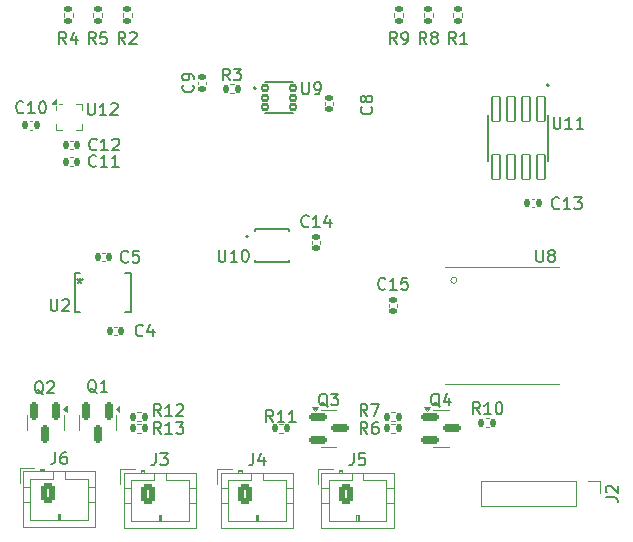
<source format=gto>
%TF.GenerationSoftware,KiCad,Pcbnew,8.0.2*%
%TF.CreationDate,2024-05-17T09:05:45-06:00*%
%TF.ProjectId,PCB_Project,5043425f-5072-46f6-9a65-63742e6b6963,rev?*%
%TF.SameCoordinates,Original*%
%TF.FileFunction,Legend,Top*%
%TF.FilePolarity,Positive*%
%FSLAX46Y46*%
G04 Gerber Fmt 4.6, Leading zero omitted, Abs format (unit mm)*
G04 Created by KiCad (PCBNEW 8.0.2) date 2024-05-17 09:05:45*
%MOMM*%
%LPD*%
G01*
G04 APERTURE LIST*
G04 Aperture macros list*
%AMRoundRect*
0 Rectangle with rounded corners*
0 $1 Rounding radius*
0 $2 $3 $4 $5 $6 $7 $8 $9 X,Y pos of 4 corners*
0 Add a 4 corners polygon primitive as box body*
4,1,4,$2,$3,$4,$5,$6,$7,$8,$9,$2,$3,0*
0 Add four circle primitives for the rounded corners*
1,1,$1+$1,$2,$3*
1,1,$1+$1,$4,$5*
1,1,$1+$1,$6,$7*
1,1,$1+$1,$8,$9*
0 Add four rect primitives between the rounded corners*
20,1,$1+$1,$2,$3,$4,$5,0*
20,1,$1+$1,$4,$5,$6,$7,0*
20,1,$1+$1,$6,$7,$8,$9,0*
20,1,$1+$1,$8,$9,$2,$3,0*%
G04 Aperture macros list end*
%ADD10C,0.150000*%
%ADD11C,0.120000*%
%ADD12C,0.152400*%
%ADD13C,0.127000*%
%ADD14C,0.200000*%
%ADD15C,0.100000*%
%ADD16C,0.010000*%
%ADD17RoundRect,0.250000X-0.350000X-0.625000X0.350000X-0.625000X0.350000X0.625000X-0.350000X0.625000X0*%
%ADD18O,1.200000X1.750000*%
%ADD19RoundRect,0.135000X0.135000X0.185000X-0.135000X0.185000X-0.135000X-0.185000X0.135000X-0.185000X0*%
%ADD20R,0.375000X0.350000*%
%ADD21R,0.350000X0.375000*%
%ADD22RoundRect,0.135000X-0.135000X-0.185000X0.135000X-0.185000X0.135000X0.185000X-0.135000X0.185000X0*%
%ADD23RoundRect,0.140000X0.140000X0.170000X-0.140000X0.170000X-0.140000X-0.170000X0.140000X-0.170000X0*%
%ADD24R,1.350000X1.350000*%
%ADD25O,1.350000X1.350000*%
%ADD26RoundRect,0.140000X0.170000X-0.140000X0.170000X0.140000X-0.170000X0.140000X-0.170000X-0.140000X0*%
%ADD27RoundRect,0.135000X0.185000X-0.135000X0.185000X0.135000X-0.185000X0.135000X-0.185000X-0.135000X0*%
%ADD28RoundRect,0.140000X-0.140000X-0.170000X0.140000X-0.170000X0.140000X0.170000X-0.140000X0.170000X0*%
%ADD29R,0.762000X0.254000*%
%ADD30R,1.295400X2.006600*%
%ADD31RoundRect,0.150000X-0.587500X-0.150000X0.587500X-0.150000X0.587500X0.150000X-0.587500X0.150000X0*%
%ADD32RoundRect,0.102000X-0.275000X-0.200000X0.275000X-0.200000X0.275000X0.200000X-0.275000X0.200000X0*%
%ADD33RoundRect,0.056280X-0.345720X1.030720X-0.345720X-1.030720X0.345720X-1.030720X0.345720X1.030720X0*%
%ADD34RoundRect,0.150000X-0.150000X0.587500X-0.150000X-0.587500X0.150000X-0.587500X0.150000X0.587500X0*%
%ADD35R,2.030000X1.140000*%
%ADD36R,0.254000X0.482600*%
%ADD37R,0.482600X0.254000*%
%ADD38RoundRect,0.140000X-0.170000X0.140000X-0.170000X-0.140000X0.170000X-0.140000X0.170000X0.140000X0*%
%ADD39R,1.700000X1.700000*%
%ADD40O,1.700000X1.700000*%
G04 APERTURE END LIST*
D10*
X135166666Y-104104819D02*
X135166666Y-104819104D01*
X135166666Y-104819104D02*
X135119047Y-104961961D01*
X135119047Y-104961961D02*
X135023809Y-105057200D01*
X135023809Y-105057200D02*
X134880952Y-105104819D01*
X134880952Y-105104819D02*
X134785714Y-105104819D01*
X136071428Y-104438152D02*
X136071428Y-105104819D01*
X135833333Y-104057200D02*
X135595238Y-104771485D01*
X135595238Y-104771485D02*
X136214285Y-104771485D01*
X136857142Y-101454819D02*
X136523809Y-100978628D01*
X136285714Y-101454819D02*
X136285714Y-100454819D01*
X136285714Y-100454819D02*
X136666666Y-100454819D01*
X136666666Y-100454819D02*
X136761904Y-100502438D01*
X136761904Y-100502438D02*
X136809523Y-100550057D01*
X136809523Y-100550057D02*
X136857142Y-100645295D01*
X136857142Y-100645295D02*
X136857142Y-100788152D01*
X136857142Y-100788152D02*
X136809523Y-100883390D01*
X136809523Y-100883390D02*
X136761904Y-100931009D01*
X136761904Y-100931009D02*
X136666666Y-100978628D01*
X136666666Y-100978628D02*
X136285714Y-100978628D01*
X137809523Y-101454819D02*
X137238095Y-101454819D01*
X137523809Y-101454819D02*
X137523809Y-100454819D01*
X137523809Y-100454819D02*
X137428571Y-100597676D01*
X137428571Y-100597676D02*
X137333333Y-100692914D01*
X137333333Y-100692914D02*
X137238095Y-100740533D01*
X138761904Y-101454819D02*
X138190476Y-101454819D01*
X138476190Y-101454819D02*
X138476190Y-100454819D01*
X138476190Y-100454819D02*
X138380952Y-100597676D01*
X138380952Y-100597676D02*
X138285714Y-100692914D01*
X138285714Y-100692914D02*
X138190476Y-100740533D01*
X121166735Y-74463157D02*
X121166735Y-75272680D01*
X121166735Y-75272680D02*
X121214354Y-75367918D01*
X121214354Y-75367918D02*
X121261973Y-75415538D01*
X121261973Y-75415538D02*
X121357211Y-75463157D01*
X121357211Y-75463157D02*
X121547687Y-75463157D01*
X121547687Y-75463157D02*
X121642925Y-75415538D01*
X121642925Y-75415538D02*
X121690544Y-75367918D01*
X121690544Y-75367918D02*
X121738163Y-75272680D01*
X121738163Y-75272680D02*
X121738163Y-74463157D01*
X122738163Y-75463157D02*
X122166735Y-75463157D01*
X122452449Y-75463157D02*
X122452449Y-74463157D01*
X122452449Y-74463157D02*
X122357211Y-74606014D01*
X122357211Y-74606014D02*
X122261973Y-74701252D01*
X122261973Y-74701252D02*
X122166735Y-74748871D01*
X123119116Y-74558395D02*
X123166735Y-74510776D01*
X123166735Y-74510776D02*
X123261973Y-74463157D01*
X123261973Y-74463157D02*
X123500068Y-74463157D01*
X123500068Y-74463157D02*
X123595306Y-74510776D01*
X123595306Y-74510776D02*
X123642925Y-74558395D01*
X123642925Y-74558395D02*
X123690544Y-74653633D01*
X123690544Y-74653633D02*
X123690544Y-74748871D01*
X123690544Y-74748871D02*
X123642925Y-74891728D01*
X123642925Y-74891728D02*
X123071497Y-75463157D01*
X123071497Y-75463157D02*
X123690544Y-75463157D01*
X143666666Y-104104819D02*
X143666666Y-104819104D01*
X143666666Y-104819104D02*
X143619047Y-104961961D01*
X143619047Y-104961961D02*
X143523809Y-105057200D01*
X143523809Y-105057200D02*
X143380952Y-105104819D01*
X143380952Y-105104819D02*
X143285714Y-105104819D01*
X144619047Y-104104819D02*
X144142857Y-104104819D01*
X144142857Y-104104819D02*
X144095238Y-104581009D01*
X144095238Y-104581009D02*
X144142857Y-104533390D01*
X144142857Y-104533390D02*
X144238095Y-104485771D01*
X144238095Y-104485771D02*
X144476190Y-104485771D01*
X144476190Y-104485771D02*
X144571428Y-104533390D01*
X144571428Y-104533390D02*
X144619047Y-104581009D01*
X144619047Y-104581009D02*
X144666666Y-104676247D01*
X144666666Y-104676247D02*
X144666666Y-104914342D01*
X144666666Y-104914342D02*
X144619047Y-105009580D01*
X144619047Y-105009580D02*
X144571428Y-105057200D01*
X144571428Y-105057200D02*
X144476190Y-105104819D01*
X144476190Y-105104819D02*
X144238095Y-105104819D01*
X144238095Y-105104819D02*
X144142857Y-105057200D01*
X144142857Y-105057200D02*
X144095238Y-105009580D01*
X154357142Y-100784819D02*
X154023809Y-100308628D01*
X153785714Y-100784819D02*
X153785714Y-99784819D01*
X153785714Y-99784819D02*
X154166666Y-99784819D01*
X154166666Y-99784819D02*
X154261904Y-99832438D01*
X154261904Y-99832438D02*
X154309523Y-99880057D01*
X154309523Y-99880057D02*
X154357142Y-99975295D01*
X154357142Y-99975295D02*
X154357142Y-100118152D01*
X154357142Y-100118152D02*
X154309523Y-100213390D01*
X154309523Y-100213390D02*
X154261904Y-100261009D01*
X154261904Y-100261009D02*
X154166666Y-100308628D01*
X154166666Y-100308628D02*
X153785714Y-100308628D01*
X155309523Y-100784819D02*
X154738095Y-100784819D01*
X155023809Y-100784819D02*
X155023809Y-99784819D01*
X155023809Y-99784819D02*
X154928571Y-99927676D01*
X154928571Y-99927676D02*
X154833333Y-100022914D01*
X154833333Y-100022914D02*
X154738095Y-100070533D01*
X155928571Y-99784819D02*
X156023809Y-99784819D01*
X156023809Y-99784819D02*
X156119047Y-99832438D01*
X156119047Y-99832438D02*
X156166666Y-99880057D01*
X156166666Y-99880057D02*
X156214285Y-99975295D01*
X156214285Y-99975295D02*
X156261904Y-100165771D01*
X156261904Y-100165771D02*
X156261904Y-100403866D01*
X156261904Y-100403866D02*
X156214285Y-100594342D01*
X156214285Y-100594342D02*
X156166666Y-100689580D01*
X156166666Y-100689580D02*
X156119047Y-100737200D01*
X156119047Y-100737200D02*
X156023809Y-100784819D01*
X156023809Y-100784819D02*
X155928571Y-100784819D01*
X155928571Y-100784819D02*
X155833333Y-100737200D01*
X155833333Y-100737200D02*
X155785714Y-100689580D01*
X155785714Y-100689580D02*
X155738095Y-100594342D01*
X155738095Y-100594342D02*
X155690476Y-100403866D01*
X155690476Y-100403866D02*
X155690476Y-100165771D01*
X155690476Y-100165771D02*
X155738095Y-99975295D01*
X155738095Y-99975295D02*
X155785714Y-99880057D01*
X155785714Y-99880057D02*
X155833333Y-99832438D01*
X155833333Y-99832438D02*
X155928571Y-99784819D01*
X115699642Y-75209580D02*
X115652023Y-75257200D01*
X115652023Y-75257200D02*
X115509166Y-75304819D01*
X115509166Y-75304819D02*
X115413928Y-75304819D01*
X115413928Y-75304819D02*
X115271071Y-75257200D01*
X115271071Y-75257200D02*
X115175833Y-75161961D01*
X115175833Y-75161961D02*
X115128214Y-75066723D01*
X115128214Y-75066723D02*
X115080595Y-74876247D01*
X115080595Y-74876247D02*
X115080595Y-74733390D01*
X115080595Y-74733390D02*
X115128214Y-74542914D01*
X115128214Y-74542914D02*
X115175833Y-74447676D01*
X115175833Y-74447676D02*
X115271071Y-74352438D01*
X115271071Y-74352438D02*
X115413928Y-74304819D01*
X115413928Y-74304819D02*
X115509166Y-74304819D01*
X115509166Y-74304819D02*
X115652023Y-74352438D01*
X115652023Y-74352438D02*
X115699642Y-74400057D01*
X116652023Y-75304819D02*
X116080595Y-75304819D01*
X116366309Y-75304819D02*
X116366309Y-74304819D01*
X116366309Y-74304819D02*
X116271071Y-74447676D01*
X116271071Y-74447676D02*
X116175833Y-74542914D01*
X116175833Y-74542914D02*
X116080595Y-74590533D01*
X117271071Y-74304819D02*
X117366309Y-74304819D01*
X117366309Y-74304819D02*
X117461547Y-74352438D01*
X117461547Y-74352438D02*
X117509166Y-74400057D01*
X117509166Y-74400057D02*
X117556785Y-74495295D01*
X117556785Y-74495295D02*
X117604404Y-74685771D01*
X117604404Y-74685771D02*
X117604404Y-74923866D01*
X117604404Y-74923866D02*
X117556785Y-75114342D01*
X117556785Y-75114342D02*
X117509166Y-75209580D01*
X117509166Y-75209580D02*
X117461547Y-75257200D01*
X117461547Y-75257200D02*
X117366309Y-75304819D01*
X117366309Y-75304819D02*
X117271071Y-75304819D01*
X117271071Y-75304819D02*
X117175833Y-75257200D01*
X117175833Y-75257200D02*
X117128214Y-75209580D01*
X117128214Y-75209580D02*
X117080595Y-75114342D01*
X117080595Y-75114342D02*
X117032976Y-74923866D01*
X117032976Y-74923866D02*
X117032976Y-74685771D01*
X117032976Y-74685771D02*
X117080595Y-74495295D01*
X117080595Y-74495295D02*
X117128214Y-74400057D01*
X117128214Y-74400057D02*
X117175833Y-74352438D01*
X117175833Y-74352438D02*
X117271071Y-74304819D01*
X133183333Y-72534819D02*
X132850000Y-72058628D01*
X132611905Y-72534819D02*
X132611905Y-71534819D01*
X132611905Y-71534819D02*
X132992857Y-71534819D01*
X132992857Y-71534819D02*
X133088095Y-71582438D01*
X133088095Y-71582438D02*
X133135714Y-71630057D01*
X133135714Y-71630057D02*
X133183333Y-71725295D01*
X133183333Y-71725295D02*
X133183333Y-71868152D01*
X133183333Y-71868152D02*
X133135714Y-71963390D01*
X133135714Y-71963390D02*
X133088095Y-72011009D01*
X133088095Y-72011009D02*
X132992857Y-72058628D01*
X132992857Y-72058628D02*
X132611905Y-72058628D01*
X133516667Y-71534819D02*
X134135714Y-71534819D01*
X134135714Y-71534819D02*
X133802381Y-71915771D01*
X133802381Y-71915771D02*
X133945238Y-71915771D01*
X133945238Y-71915771D02*
X134040476Y-71963390D01*
X134040476Y-71963390D02*
X134088095Y-72011009D01*
X134088095Y-72011009D02*
X134135714Y-72106247D01*
X134135714Y-72106247D02*
X134135714Y-72344342D01*
X134135714Y-72344342D02*
X134088095Y-72439580D01*
X134088095Y-72439580D02*
X134040476Y-72487200D01*
X134040476Y-72487200D02*
X133945238Y-72534819D01*
X133945238Y-72534819D02*
X133659524Y-72534819D01*
X133659524Y-72534819D02*
X133564286Y-72487200D01*
X133564286Y-72487200D02*
X133516667Y-72439580D01*
X127357142Y-100954819D02*
X127023809Y-100478628D01*
X126785714Y-100954819D02*
X126785714Y-99954819D01*
X126785714Y-99954819D02*
X127166666Y-99954819D01*
X127166666Y-99954819D02*
X127261904Y-100002438D01*
X127261904Y-100002438D02*
X127309523Y-100050057D01*
X127309523Y-100050057D02*
X127357142Y-100145295D01*
X127357142Y-100145295D02*
X127357142Y-100288152D01*
X127357142Y-100288152D02*
X127309523Y-100383390D01*
X127309523Y-100383390D02*
X127261904Y-100431009D01*
X127261904Y-100431009D02*
X127166666Y-100478628D01*
X127166666Y-100478628D02*
X126785714Y-100478628D01*
X128309523Y-100954819D02*
X127738095Y-100954819D01*
X128023809Y-100954819D02*
X128023809Y-99954819D01*
X128023809Y-99954819D02*
X127928571Y-100097676D01*
X127928571Y-100097676D02*
X127833333Y-100192914D01*
X127833333Y-100192914D02*
X127738095Y-100240533D01*
X128690476Y-100050057D02*
X128738095Y-100002438D01*
X128738095Y-100002438D02*
X128833333Y-99954819D01*
X128833333Y-99954819D02*
X129071428Y-99954819D01*
X129071428Y-99954819D02*
X129166666Y-100002438D01*
X129166666Y-100002438D02*
X129214285Y-100050057D01*
X129214285Y-100050057D02*
X129261904Y-100145295D01*
X129261904Y-100145295D02*
X129261904Y-100240533D01*
X129261904Y-100240533D02*
X129214285Y-100383390D01*
X129214285Y-100383390D02*
X128642857Y-100954819D01*
X128642857Y-100954819D02*
X129261904Y-100954819D01*
X165014819Y-107833333D02*
X165729104Y-107833333D01*
X165729104Y-107833333D02*
X165871961Y-107880952D01*
X165871961Y-107880952D02*
X165967200Y-107976190D01*
X165967200Y-107976190D02*
X166014819Y-108119047D01*
X166014819Y-108119047D02*
X166014819Y-108214285D01*
X165110057Y-107404761D02*
X165062438Y-107357142D01*
X165062438Y-107357142D02*
X165014819Y-107261904D01*
X165014819Y-107261904D02*
X165014819Y-107023809D01*
X165014819Y-107023809D02*
X165062438Y-106928571D01*
X165062438Y-106928571D02*
X165110057Y-106880952D01*
X165110057Y-106880952D02*
X165205295Y-106833333D01*
X165205295Y-106833333D02*
X165300533Y-106833333D01*
X165300533Y-106833333D02*
X165443390Y-106880952D01*
X165443390Y-106880952D02*
X166014819Y-107452380D01*
X166014819Y-107452380D02*
X166014819Y-106833333D01*
X145159580Y-74766666D02*
X145207200Y-74814285D01*
X145207200Y-74814285D02*
X145254819Y-74957142D01*
X145254819Y-74957142D02*
X145254819Y-75052380D01*
X145254819Y-75052380D02*
X145207200Y-75195237D01*
X145207200Y-75195237D02*
X145111961Y-75290475D01*
X145111961Y-75290475D02*
X145016723Y-75338094D01*
X145016723Y-75338094D02*
X144826247Y-75385713D01*
X144826247Y-75385713D02*
X144683390Y-75385713D01*
X144683390Y-75385713D02*
X144492914Y-75338094D01*
X144492914Y-75338094D02*
X144397676Y-75290475D01*
X144397676Y-75290475D02*
X144302438Y-75195237D01*
X144302438Y-75195237D02*
X144254819Y-75052380D01*
X144254819Y-75052380D02*
X144254819Y-74957142D01*
X144254819Y-74957142D02*
X144302438Y-74814285D01*
X144302438Y-74814285D02*
X144350057Y-74766666D01*
X144683390Y-74195237D02*
X144635771Y-74290475D01*
X144635771Y-74290475D02*
X144588152Y-74338094D01*
X144588152Y-74338094D02*
X144492914Y-74385713D01*
X144492914Y-74385713D02*
X144445295Y-74385713D01*
X144445295Y-74385713D02*
X144350057Y-74338094D01*
X144350057Y-74338094D02*
X144302438Y-74290475D01*
X144302438Y-74290475D02*
X144254819Y-74195237D01*
X144254819Y-74195237D02*
X144254819Y-74004761D01*
X144254819Y-74004761D02*
X144302438Y-73909523D01*
X144302438Y-73909523D02*
X144350057Y-73861904D01*
X144350057Y-73861904D02*
X144445295Y-73814285D01*
X144445295Y-73814285D02*
X144492914Y-73814285D01*
X144492914Y-73814285D02*
X144588152Y-73861904D01*
X144588152Y-73861904D02*
X144635771Y-73909523D01*
X144635771Y-73909523D02*
X144683390Y-74004761D01*
X144683390Y-74004761D02*
X144683390Y-74195237D01*
X144683390Y-74195237D02*
X144731009Y-74290475D01*
X144731009Y-74290475D02*
X144778628Y-74338094D01*
X144778628Y-74338094D02*
X144873866Y-74385713D01*
X144873866Y-74385713D02*
X145064342Y-74385713D01*
X145064342Y-74385713D02*
X145159580Y-74338094D01*
X145159580Y-74338094D02*
X145207200Y-74290475D01*
X145207200Y-74290475D02*
X145254819Y-74195237D01*
X145254819Y-74195237D02*
X145254819Y-74004761D01*
X145254819Y-74004761D02*
X145207200Y-73909523D01*
X145207200Y-73909523D02*
X145159580Y-73861904D01*
X145159580Y-73861904D02*
X145064342Y-73814285D01*
X145064342Y-73814285D02*
X144873866Y-73814285D01*
X144873866Y-73814285D02*
X144778628Y-73861904D01*
X144778628Y-73861904D02*
X144731009Y-73909523D01*
X144731009Y-73909523D02*
X144683390Y-74004761D01*
X139857142Y-84859580D02*
X139809523Y-84907200D01*
X139809523Y-84907200D02*
X139666666Y-84954819D01*
X139666666Y-84954819D02*
X139571428Y-84954819D01*
X139571428Y-84954819D02*
X139428571Y-84907200D01*
X139428571Y-84907200D02*
X139333333Y-84811961D01*
X139333333Y-84811961D02*
X139285714Y-84716723D01*
X139285714Y-84716723D02*
X139238095Y-84526247D01*
X139238095Y-84526247D02*
X139238095Y-84383390D01*
X139238095Y-84383390D02*
X139285714Y-84192914D01*
X139285714Y-84192914D02*
X139333333Y-84097676D01*
X139333333Y-84097676D02*
X139428571Y-84002438D01*
X139428571Y-84002438D02*
X139571428Y-83954819D01*
X139571428Y-83954819D02*
X139666666Y-83954819D01*
X139666666Y-83954819D02*
X139809523Y-84002438D01*
X139809523Y-84002438D02*
X139857142Y-84050057D01*
X140809523Y-84954819D02*
X140238095Y-84954819D01*
X140523809Y-84954819D02*
X140523809Y-83954819D01*
X140523809Y-83954819D02*
X140428571Y-84097676D01*
X140428571Y-84097676D02*
X140333333Y-84192914D01*
X140333333Y-84192914D02*
X140238095Y-84240533D01*
X141666666Y-84288152D02*
X141666666Y-84954819D01*
X141428571Y-83907200D02*
X141190476Y-84621485D01*
X141190476Y-84621485D02*
X141809523Y-84621485D01*
X149833333Y-69454819D02*
X149500000Y-68978628D01*
X149261905Y-69454819D02*
X149261905Y-68454819D01*
X149261905Y-68454819D02*
X149642857Y-68454819D01*
X149642857Y-68454819D02*
X149738095Y-68502438D01*
X149738095Y-68502438D02*
X149785714Y-68550057D01*
X149785714Y-68550057D02*
X149833333Y-68645295D01*
X149833333Y-68645295D02*
X149833333Y-68788152D01*
X149833333Y-68788152D02*
X149785714Y-68883390D01*
X149785714Y-68883390D02*
X149738095Y-68931009D01*
X149738095Y-68931009D02*
X149642857Y-68978628D01*
X149642857Y-68978628D02*
X149261905Y-68978628D01*
X150404762Y-68883390D02*
X150309524Y-68835771D01*
X150309524Y-68835771D02*
X150261905Y-68788152D01*
X150261905Y-68788152D02*
X150214286Y-68692914D01*
X150214286Y-68692914D02*
X150214286Y-68645295D01*
X150214286Y-68645295D02*
X150261905Y-68550057D01*
X150261905Y-68550057D02*
X150309524Y-68502438D01*
X150309524Y-68502438D02*
X150404762Y-68454819D01*
X150404762Y-68454819D02*
X150595238Y-68454819D01*
X150595238Y-68454819D02*
X150690476Y-68502438D01*
X150690476Y-68502438D02*
X150738095Y-68550057D01*
X150738095Y-68550057D02*
X150785714Y-68645295D01*
X150785714Y-68645295D02*
X150785714Y-68692914D01*
X150785714Y-68692914D02*
X150738095Y-68788152D01*
X150738095Y-68788152D02*
X150690476Y-68835771D01*
X150690476Y-68835771D02*
X150595238Y-68883390D01*
X150595238Y-68883390D02*
X150404762Y-68883390D01*
X150404762Y-68883390D02*
X150309524Y-68931009D01*
X150309524Y-68931009D02*
X150261905Y-68978628D01*
X150261905Y-68978628D02*
X150214286Y-69073866D01*
X150214286Y-69073866D02*
X150214286Y-69264342D01*
X150214286Y-69264342D02*
X150261905Y-69359580D01*
X150261905Y-69359580D02*
X150309524Y-69407200D01*
X150309524Y-69407200D02*
X150404762Y-69454819D01*
X150404762Y-69454819D02*
X150595238Y-69454819D01*
X150595238Y-69454819D02*
X150690476Y-69407200D01*
X150690476Y-69407200D02*
X150738095Y-69359580D01*
X150738095Y-69359580D02*
X150785714Y-69264342D01*
X150785714Y-69264342D02*
X150785714Y-69073866D01*
X150785714Y-69073866D02*
X150738095Y-68978628D01*
X150738095Y-68978628D02*
X150690476Y-68931009D01*
X150690476Y-68931009D02*
X150595238Y-68883390D01*
X121874642Y-79759580D02*
X121827023Y-79807200D01*
X121827023Y-79807200D02*
X121684166Y-79854819D01*
X121684166Y-79854819D02*
X121588928Y-79854819D01*
X121588928Y-79854819D02*
X121446071Y-79807200D01*
X121446071Y-79807200D02*
X121350833Y-79711961D01*
X121350833Y-79711961D02*
X121303214Y-79616723D01*
X121303214Y-79616723D02*
X121255595Y-79426247D01*
X121255595Y-79426247D02*
X121255595Y-79283390D01*
X121255595Y-79283390D02*
X121303214Y-79092914D01*
X121303214Y-79092914D02*
X121350833Y-78997676D01*
X121350833Y-78997676D02*
X121446071Y-78902438D01*
X121446071Y-78902438D02*
X121588928Y-78854819D01*
X121588928Y-78854819D02*
X121684166Y-78854819D01*
X121684166Y-78854819D02*
X121827023Y-78902438D01*
X121827023Y-78902438D02*
X121874642Y-78950057D01*
X122827023Y-79854819D02*
X122255595Y-79854819D01*
X122541309Y-79854819D02*
X122541309Y-78854819D01*
X122541309Y-78854819D02*
X122446071Y-78997676D01*
X122446071Y-78997676D02*
X122350833Y-79092914D01*
X122350833Y-79092914D02*
X122255595Y-79140533D01*
X123779404Y-79854819D02*
X123207976Y-79854819D01*
X123493690Y-79854819D02*
X123493690Y-78854819D01*
X123493690Y-78854819D02*
X123398452Y-78997676D01*
X123398452Y-78997676D02*
X123303214Y-79092914D01*
X123303214Y-79092914D02*
X123207976Y-79140533D01*
X118416666Y-104004819D02*
X118416666Y-104719104D01*
X118416666Y-104719104D02*
X118369047Y-104861961D01*
X118369047Y-104861961D02*
X118273809Y-104957200D01*
X118273809Y-104957200D02*
X118130952Y-105004819D01*
X118130952Y-105004819D02*
X118035714Y-105004819D01*
X119321428Y-104004819D02*
X119130952Y-104004819D01*
X119130952Y-104004819D02*
X119035714Y-104052438D01*
X119035714Y-104052438D02*
X118988095Y-104100057D01*
X118988095Y-104100057D02*
X118892857Y-104242914D01*
X118892857Y-104242914D02*
X118845238Y-104433390D01*
X118845238Y-104433390D02*
X118845238Y-104814342D01*
X118845238Y-104814342D02*
X118892857Y-104909580D01*
X118892857Y-104909580D02*
X118940476Y-104957200D01*
X118940476Y-104957200D02*
X119035714Y-105004819D01*
X119035714Y-105004819D02*
X119226190Y-105004819D01*
X119226190Y-105004819D02*
X119321428Y-104957200D01*
X119321428Y-104957200D02*
X119369047Y-104909580D01*
X119369047Y-104909580D02*
X119416666Y-104814342D01*
X119416666Y-104814342D02*
X119416666Y-104576247D01*
X119416666Y-104576247D02*
X119369047Y-104481009D01*
X119369047Y-104481009D02*
X119321428Y-104433390D01*
X119321428Y-104433390D02*
X119226190Y-104385771D01*
X119226190Y-104385771D02*
X119035714Y-104385771D01*
X119035714Y-104385771D02*
X118940476Y-104433390D01*
X118940476Y-104433390D02*
X118892857Y-104481009D01*
X118892857Y-104481009D02*
X118845238Y-104576247D01*
X132245639Y-86884336D02*
X132245639Y-87693859D01*
X132245639Y-87693859D02*
X132293258Y-87789097D01*
X132293258Y-87789097D02*
X132340877Y-87836717D01*
X132340877Y-87836717D02*
X132436115Y-87884336D01*
X132436115Y-87884336D02*
X132626591Y-87884336D01*
X132626591Y-87884336D02*
X132721829Y-87836717D01*
X132721829Y-87836717D02*
X132769448Y-87789097D01*
X132769448Y-87789097D02*
X132817067Y-87693859D01*
X132817067Y-87693859D02*
X132817067Y-86884336D01*
X133817067Y-87884336D02*
X133245639Y-87884336D01*
X133531353Y-87884336D02*
X133531353Y-86884336D01*
X133531353Y-86884336D02*
X133436115Y-87027193D01*
X133436115Y-87027193D02*
X133340877Y-87122431D01*
X133340877Y-87122431D02*
X133245639Y-87170050D01*
X134436115Y-86884336D02*
X134531353Y-86884336D01*
X134531353Y-86884336D02*
X134626591Y-86931955D01*
X134626591Y-86931955D02*
X134674210Y-86979574D01*
X134674210Y-86979574D02*
X134721829Y-87074812D01*
X134721829Y-87074812D02*
X134769448Y-87265288D01*
X134769448Y-87265288D02*
X134769448Y-87503383D01*
X134769448Y-87503383D02*
X134721829Y-87693859D01*
X134721829Y-87693859D02*
X134674210Y-87789097D01*
X134674210Y-87789097D02*
X134626591Y-87836717D01*
X134626591Y-87836717D02*
X134531353Y-87884336D01*
X134531353Y-87884336D02*
X134436115Y-87884336D01*
X134436115Y-87884336D02*
X134340877Y-87836717D01*
X134340877Y-87836717D02*
X134293258Y-87789097D01*
X134293258Y-87789097D02*
X134245639Y-87693859D01*
X134245639Y-87693859D02*
X134198020Y-87503383D01*
X134198020Y-87503383D02*
X134198020Y-87265288D01*
X134198020Y-87265288D02*
X134245639Y-87074812D01*
X134245639Y-87074812D02*
X134293258Y-86979574D01*
X134293258Y-86979574D02*
X134340877Y-86931955D01*
X134340877Y-86931955D02*
X134436115Y-86884336D01*
X125833333Y-94109580D02*
X125785714Y-94157200D01*
X125785714Y-94157200D02*
X125642857Y-94204819D01*
X125642857Y-94204819D02*
X125547619Y-94204819D01*
X125547619Y-94204819D02*
X125404762Y-94157200D01*
X125404762Y-94157200D02*
X125309524Y-94061961D01*
X125309524Y-94061961D02*
X125261905Y-93966723D01*
X125261905Y-93966723D02*
X125214286Y-93776247D01*
X125214286Y-93776247D02*
X125214286Y-93633390D01*
X125214286Y-93633390D02*
X125261905Y-93442914D01*
X125261905Y-93442914D02*
X125309524Y-93347676D01*
X125309524Y-93347676D02*
X125404762Y-93252438D01*
X125404762Y-93252438D02*
X125547619Y-93204819D01*
X125547619Y-93204819D02*
X125642857Y-93204819D01*
X125642857Y-93204819D02*
X125785714Y-93252438D01*
X125785714Y-93252438D02*
X125833333Y-93300057D01*
X126690476Y-93538152D02*
X126690476Y-94204819D01*
X126452381Y-93157200D02*
X126214286Y-93871485D01*
X126214286Y-93871485D02*
X126833333Y-93871485D01*
X144833333Y-102454819D02*
X144500000Y-101978628D01*
X144261905Y-102454819D02*
X144261905Y-101454819D01*
X144261905Y-101454819D02*
X144642857Y-101454819D01*
X144642857Y-101454819D02*
X144738095Y-101502438D01*
X144738095Y-101502438D02*
X144785714Y-101550057D01*
X144785714Y-101550057D02*
X144833333Y-101645295D01*
X144833333Y-101645295D02*
X144833333Y-101788152D01*
X144833333Y-101788152D02*
X144785714Y-101883390D01*
X144785714Y-101883390D02*
X144738095Y-101931009D01*
X144738095Y-101931009D02*
X144642857Y-101978628D01*
X144642857Y-101978628D02*
X144261905Y-101978628D01*
X145690476Y-101454819D02*
X145500000Y-101454819D01*
X145500000Y-101454819D02*
X145404762Y-101502438D01*
X145404762Y-101502438D02*
X145357143Y-101550057D01*
X145357143Y-101550057D02*
X145261905Y-101692914D01*
X145261905Y-101692914D02*
X145214286Y-101883390D01*
X145214286Y-101883390D02*
X145214286Y-102264342D01*
X145214286Y-102264342D02*
X145261905Y-102359580D01*
X145261905Y-102359580D02*
X145309524Y-102407200D01*
X145309524Y-102407200D02*
X145404762Y-102454819D01*
X145404762Y-102454819D02*
X145595238Y-102454819D01*
X145595238Y-102454819D02*
X145690476Y-102407200D01*
X145690476Y-102407200D02*
X145738095Y-102359580D01*
X145738095Y-102359580D02*
X145785714Y-102264342D01*
X145785714Y-102264342D02*
X145785714Y-102026247D01*
X145785714Y-102026247D02*
X145738095Y-101931009D01*
X145738095Y-101931009D02*
X145690476Y-101883390D01*
X145690476Y-101883390D02*
X145595238Y-101835771D01*
X145595238Y-101835771D02*
X145404762Y-101835771D01*
X145404762Y-101835771D02*
X145309524Y-101883390D01*
X145309524Y-101883390D02*
X145261905Y-101931009D01*
X145261905Y-101931009D02*
X145214286Y-102026247D01*
X121833333Y-69454819D02*
X121500000Y-68978628D01*
X121261905Y-69454819D02*
X121261905Y-68454819D01*
X121261905Y-68454819D02*
X121642857Y-68454819D01*
X121642857Y-68454819D02*
X121738095Y-68502438D01*
X121738095Y-68502438D02*
X121785714Y-68550057D01*
X121785714Y-68550057D02*
X121833333Y-68645295D01*
X121833333Y-68645295D02*
X121833333Y-68788152D01*
X121833333Y-68788152D02*
X121785714Y-68883390D01*
X121785714Y-68883390D02*
X121738095Y-68931009D01*
X121738095Y-68931009D02*
X121642857Y-68978628D01*
X121642857Y-68978628D02*
X121261905Y-68978628D01*
X122738095Y-68454819D02*
X122261905Y-68454819D01*
X122261905Y-68454819D02*
X122214286Y-68931009D01*
X122214286Y-68931009D02*
X122261905Y-68883390D01*
X122261905Y-68883390D02*
X122357143Y-68835771D01*
X122357143Y-68835771D02*
X122595238Y-68835771D01*
X122595238Y-68835771D02*
X122690476Y-68883390D01*
X122690476Y-68883390D02*
X122738095Y-68931009D01*
X122738095Y-68931009D02*
X122785714Y-69026247D01*
X122785714Y-69026247D02*
X122785714Y-69264342D01*
X122785714Y-69264342D02*
X122738095Y-69359580D01*
X122738095Y-69359580D02*
X122690476Y-69407200D01*
X122690476Y-69407200D02*
X122595238Y-69454819D01*
X122595238Y-69454819D02*
X122357143Y-69454819D01*
X122357143Y-69454819D02*
X122261905Y-69407200D01*
X122261905Y-69407200D02*
X122214286Y-69359580D01*
X141467261Y-100150057D02*
X141372023Y-100102438D01*
X141372023Y-100102438D02*
X141276785Y-100007200D01*
X141276785Y-100007200D02*
X141133928Y-99864342D01*
X141133928Y-99864342D02*
X141038690Y-99816723D01*
X141038690Y-99816723D02*
X140943452Y-99816723D01*
X140991071Y-100054819D02*
X140895833Y-100007200D01*
X140895833Y-100007200D02*
X140800595Y-99911961D01*
X140800595Y-99911961D02*
X140752976Y-99721485D01*
X140752976Y-99721485D02*
X140752976Y-99388152D01*
X140752976Y-99388152D02*
X140800595Y-99197676D01*
X140800595Y-99197676D02*
X140895833Y-99102438D01*
X140895833Y-99102438D02*
X140991071Y-99054819D01*
X140991071Y-99054819D02*
X141181547Y-99054819D01*
X141181547Y-99054819D02*
X141276785Y-99102438D01*
X141276785Y-99102438D02*
X141372023Y-99197676D01*
X141372023Y-99197676D02*
X141419642Y-99388152D01*
X141419642Y-99388152D02*
X141419642Y-99721485D01*
X141419642Y-99721485D02*
X141372023Y-99911961D01*
X141372023Y-99911961D02*
X141276785Y-100007200D01*
X141276785Y-100007200D02*
X141181547Y-100054819D01*
X141181547Y-100054819D02*
X140991071Y-100054819D01*
X141752976Y-99054819D02*
X142372023Y-99054819D01*
X142372023Y-99054819D02*
X142038690Y-99435771D01*
X142038690Y-99435771D02*
X142181547Y-99435771D01*
X142181547Y-99435771D02*
X142276785Y-99483390D01*
X142276785Y-99483390D02*
X142324404Y-99531009D01*
X142324404Y-99531009D02*
X142372023Y-99626247D01*
X142372023Y-99626247D02*
X142372023Y-99864342D01*
X142372023Y-99864342D02*
X142324404Y-99959580D01*
X142324404Y-99959580D02*
X142276785Y-100007200D01*
X142276785Y-100007200D02*
X142181547Y-100054819D01*
X142181547Y-100054819D02*
X141895833Y-100054819D01*
X141895833Y-100054819D02*
X141800595Y-100007200D01*
X141800595Y-100007200D02*
X141752976Y-99959580D01*
X139316877Y-72703524D02*
X139316877Y-73513047D01*
X139316877Y-73513047D02*
X139364496Y-73608285D01*
X139364496Y-73608285D02*
X139412115Y-73655905D01*
X139412115Y-73655905D02*
X139507353Y-73703524D01*
X139507353Y-73703524D02*
X139697829Y-73703524D01*
X139697829Y-73703524D02*
X139793067Y-73655905D01*
X139793067Y-73655905D02*
X139840686Y-73608285D01*
X139840686Y-73608285D02*
X139888305Y-73513047D01*
X139888305Y-73513047D02*
X139888305Y-72703524D01*
X140412115Y-73703524D02*
X140602591Y-73703524D01*
X140602591Y-73703524D02*
X140697829Y-73655905D01*
X140697829Y-73655905D02*
X140745448Y-73608285D01*
X140745448Y-73608285D02*
X140840686Y-73465428D01*
X140840686Y-73465428D02*
X140888305Y-73274952D01*
X140888305Y-73274952D02*
X140888305Y-72894000D01*
X140888305Y-72894000D02*
X140840686Y-72798762D01*
X140840686Y-72798762D02*
X140793067Y-72751143D01*
X140793067Y-72751143D02*
X140697829Y-72703524D01*
X140697829Y-72703524D02*
X140507353Y-72703524D01*
X140507353Y-72703524D02*
X140412115Y-72751143D01*
X140412115Y-72751143D02*
X140364496Y-72798762D01*
X140364496Y-72798762D02*
X140316877Y-72894000D01*
X140316877Y-72894000D02*
X140316877Y-73132095D01*
X140316877Y-73132095D02*
X140364496Y-73227333D01*
X140364496Y-73227333D02*
X140412115Y-73274952D01*
X140412115Y-73274952D02*
X140507353Y-73322571D01*
X140507353Y-73322571D02*
X140697829Y-73322571D01*
X140697829Y-73322571D02*
X140793067Y-73274952D01*
X140793067Y-73274952D02*
X140840686Y-73227333D01*
X140840686Y-73227333D02*
X140888305Y-73132095D01*
X119333333Y-69454819D02*
X119000000Y-68978628D01*
X118761905Y-69454819D02*
X118761905Y-68454819D01*
X118761905Y-68454819D02*
X119142857Y-68454819D01*
X119142857Y-68454819D02*
X119238095Y-68502438D01*
X119238095Y-68502438D02*
X119285714Y-68550057D01*
X119285714Y-68550057D02*
X119333333Y-68645295D01*
X119333333Y-68645295D02*
X119333333Y-68788152D01*
X119333333Y-68788152D02*
X119285714Y-68883390D01*
X119285714Y-68883390D02*
X119238095Y-68931009D01*
X119238095Y-68931009D02*
X119142857Y-68978628D01*
X119142857Y-68978628D02*
X118761905Y-68978628D01*
X120190476Y-68788152D02*
X120190476Y-69454819D01*
X119952381Y-68407200D02*
X119714286Y-69121485D01*
X119714286Y-69121485D02*
X120333333Y-69121485D01*
X126916666Y-104104819D02*
X126916666Y-104819104D01*
X126916666Y-104819104D02*
X126869047Y-104961961D01*
X126869047Y-104961961D02*
X126773809Y-105057200D01*
X126773809Y-105057200D02*
X126630952Y-105104819D01*
X126630952Y-105104819D02*
X126535714Y-105104819D01*
X127297619Y-104104819D02*
X127916666Y-104104819D01*
X127916666Y-104104819D02*
X127583333Y-104485771D01*
X127583333Y-104485771D02*
X127726190Y-104485771D01*
X127726190Y-104485771D02*
X127821428Y-104533390D01*
X127821428Y-104533390D02*
X127869047Y-104581009D01*
X127869047Y-104581009D02*
X127916666Y-104676247D01*
X127916666Y-104676247D02*
X127916666Y-104914342D01*
X127916666Y-104914342D02*
X127869047Y-105009580D01*
X127869047Y-105009580D02*
X127821428Y-105057200D01*
X127821428Y-105057200D02*
X127726190Y-105104819D01*
X127726190Y-105104819D02*
X127440476Y-105104819D01*
X127440476Y-105104819D02*
X127345238Y-105057200D01*
X127345238Y-105057200D02*
X127297619Y-105009580D01*
X130049580Y-72916666D02*
X130097200Y-72964285D01*
X130097200Y-72964285D02*
X130144819Y-73107142D01*
X130144819Y-73107142D02*
X130144819Y-73202380D01*
X130144819Y-73202380D02*
X130097200Y-73345237D01*
X130097200Y-73345237D02*
X130001961Y-73440475D01*
X130001961Y-73440475D02*
X129906723Y-73488094D01*
X129906723Y-73488094D02*
X129716247Y-73535713D01*
X129716247Y-73535713D02*
X129573390Y-73535713D01*
X129573390Y-73535713D02*
X129382914Y-73488094D01*
X129382914Y-73488094D02*
X129287676Y-73440475D01*
X129287676Y-73440475D02*
X129192438Y-73345237D01*
X129192438Y-73345237D02*
X129144819Y-73202380D01*
X129144819Y-73202380D02*
X129144819Y-73107142D01*
X129144819Y-73107142D02*
X129192438Y-72964285D01*
X129192438Y-72964285D02*
X129240057Y-72916666D01*
X130144819Y-72440475D02*
X130144819Y-72249999D01*
X130144819Y-72249999D02*
X130097200Y-72154761D01*
X130097200Y-72154761D02*
X130049580Y-72107142D01*
X130049580Y-72107142D02*
X129906723Y-72011904D01*
X129906723Y-72011904D02*
X129716247Y-71964285D01*
X129716247Y-71964285D02*
X129335295Y-71964285D01*
X129335295Y-71964285D02*
X129240057Y-72011904D01*
X129240057Y-72011904D02*
X129192438Y-72059523D01*
X129192438Y-72059523D02*
X129144819Y-72154761D01*
X129144819Y-72154761D02*
X129144819Y-72345237D01*
X129144819Y-72345237D02*
X129192438Y-72440475D01*
X129192438Y-72440475D02*
X129240057Y-72488094D01*
X129240057Y-72488094D02*
X129335295Y-72535713D01*
X129335295Y-72535713D02*
X129573390Y-72535713D01*
X129573390Y-72535713D02*
X129668628Y-72488094D01*
X129668628Y-72488094D02*
X129716247Y-72440475D01*
X129716247Y-72440475D02*
X129763866Y-72345237D01*
X129763866Y-72345237D02*
X129763866Y-72154761D01*
X129763866Y-72154761D02*
X129716247Y-72059523D01*
X129716247Y-72059523D02*
X129668628Y-72011904D01*
X129668628Y-72011904D02*
X129573390Y-71964285D01*
X150967261Y-100150057D02*
X150872023Y-100102438D01*
X150872023Y-100102438D02*
X150776785Y-100007200D01*
X150776785Y-100007200D02*
X150633928Y-99864342D01*
X150633928Y-99864342D02*
X150538690Y-99816723D01*
X150538690Y-99816723D02*
X150443452Y-99816723D01*
X150491071Y-100054819D02*
X150395833Y-100007200D01*
X150395833Y-100007200D02*
X150300595Y-99911961D01*
X150300595Y-99911961D02*
X150252976Y-99721485D01*
X150252976Y-99721485D02*
X150252976Y-99388152D01*
X150252976Y-99388152D02*
X150300595Y-99197676D01*
X150300595Y-99197676D02*
X150395833Y-99102438D01*
X150395833Y-99102438D02*
X150491071Y-99054819D01*
X150491071Y-99054819D02*
X150681547Y-99054819D01*
X150681547Y-99054819D02*
X150776785Y-99102438D01*
X150776785Y-99102438D02*
X150872023Y-99197676D01*
X150872023Y-99197676D02*
X150919642Y-99388152D01*
X150919642Y-99388152D02*
X150919642Y-99721485D01*
X150919642Y-99721485D02*
X150872023Y-99911961D01*
X150872023Y-99911961D02*
X150776785Y-100007200D01*
X150776785Y-100007200D02*
X150681547Y-100054819D01*
X150681547Y-100054819D02*
X150491071Y-100054819D01*
X151776785Y-99388152D02*
X151776785Y-100054819D01*
X151538690Y-99007200D02*
X151300595Y-99721485D01*
X151300595Y-99721485D02*
X151919642Y-99721485D01*
X127357142Y-102454819D02*
X127023809Y-101978628D01*
X126785714Y-102454819D02*
X126785714Y-101454819D01*
X126785714Y-101454819D02*
X127166666Y-101454819D01*
X127166666Y-101454819D02*
X127261904Y-101502438D01*
X127261904Y-101502438D02*
X127309523Y-101550057D01*
X127309523Y-101550057D02*
X127357142Y-101645295D01*
X127357142Y-101645295D02*
X127357142Y-101788152D01*
X127357142Y-101788152D02*
X127309523Y-101883390D01*
X127309523Y-101883390D02*
X127261904Y-101931009D01*
X127261904Y-101931009D02*
X127166666Y-101978628D01*
X127166666Y-101978628D02*
X126785714Y-101978628D01*
X128309523Y-102454819D02*
X127738095Y-102454819D01*
X128023809Y-102454819D02*
X128023809Y-101454819D01*
X128023809Y-101454819D02*
X127928571Y-101597676D01*
X127928571Y-101597676D02*
X127833333Y-101692914D01*
X127833333Y-101692914D02*
X127738095Y-101740533D01*
X128642857Y-101454819D02*
X129261904Y-101454819D01*
X129261904Y-101454819D02*
X128928571Y-101835771D01*
X128928571Y-101835771D02*
X129071428Y-101835771D01*
X129071428Y-101835771D02*
X129166666Y-101883390D01*
X129166666Y-101883390D02*
X129214285Y-101931009D01*
X129214285Y-101931009D02*
X129261904Y-102026247D01*
X129261904Y-102026247D02*
X129261904Y-102264342D01*
X129261904Y-102264342D02*
X129214285Y-102359580D01*
X129214285Y-102359580D02*
X129166666Y-102407200D01*
X129166666Y-102407200D02*
X129071428Y-102454819D01*
X129071428Y-102454819D02*
X128785714Y-102454819D01*
X128785714Y-102454819D02*
X128690476Y-102407200D01*
X128690476Y-102407200D02*
X128642857Y-102359580D01*
X124333333Y-69454819D02*
X124000000Y-68978628D01*
X123761905Y-69454819D02*
X123761905Y-68454819D01*
X123761905Y-68454819D02*
X124142857Y-68454819D01*
X124142857Y-68454819D02*
X124238095Y-68502438D01*
X124238095Y-68502438D02*
X124285714Y-68550057D01*
X124285714Y-68550057D02*
X124333333Y-68645295D01*
X124333333Y-68645295D02*
X124333333Y-68788152D01*
X124333333Y-68788152D02*
X124285714Y-68883390D01*
X124285714Y-68883390D02*
X124238095Y-68931009D01*
X124238095Y-68931009D02*
X124142857Y-68978628D01*
X124142857Y-68978628D02*
X123761905Y-68978628D01*
X124714286Y-68550057D02*
X124761905Y-68502438D01*
X124761905Y-68502438D02*
X124857143Y-68454819D01*
X124857143Y-68454819D02*
X125095238Y-68454819D01*
X125095238Y-68454819D02*
X125190476Y-68502438D01*
X125190476Y-68502438D02*
X125238095Y-68550057D01*
X125238095Y-68550057D02*
X125285714Y-68645295D01*
X125285714Y-68645295D02*
X125285714Y-68740533D01*
X125285714Y-68740533D02*
X125238095Y-68883390D01*
X125238095Y-68883390D02*
X124666667Y-69454819D01*
X124666667Y-69454819D02*
X125285714Y-69454819D01*
X160603197Y-75627619D02*
X160603197Y-76437142D01*
X160603197Y-76437142D02*
X160650816Y-76532380D01*
X160650816Y-76532380D02*
X160698435Y-76580000D01*
X160698435Y-76580000D02*
X160793673Y-76627619D01*
X160793673Y-76627619D02*
X160984149Y-76627619D01*
X160984149Y-76627619D02*
X161079387Y-76580000D01*
X161079387Y-76580000D02*
X161127006Y-76532380D01*
X161127006Y-76532380D02*
X161174625Y-76437142D01*
X161174625Y-76437142D02*
X161174625Y-75627619D01*
X162174625Y-76627619D02*
X161603197Y-76627619D01*
X161888911Y-76627619D02*
X161888911Y-75627619D01*
X161888911Y-75627619D02*
X161793673Y-75770476D01*
X161793673Y-75770476D02*
X161698435Y-75865714D01*
X161698435Y-75865714D02*
X161603197Y-75913333D01*
X163127006Y-76627619D02*
X162555578Y-76627619D01*
X162841292Y-76627619D02*
X162841292Y-75627619D01*
X162841292Y-75627619D02*
X162746054Y-75770476D01*
X162746054Y-75770476D02*
X162650816Y-75865714D01*
X162650816Y-75865714D02*
X162555578Y-75913333D01*
X147333333Y-69454819D02*
X147000000Y-68978628D01*
X146761905Y-69454819D02*
X146761905Y-68454819D01*
X146761905Y-68454819D02*
X147142857Y-68454819D01*
X147142857Y-68454819D02*
X147238095Y-68502438D01*
X147238095Y-68502438D02*
X147285714Y-68550057D01*
X147285714Y-68550057D02*
X147333333Y-68645295D01*
X147333333Y-68645295D02*
X147333333Y-68788152D01*
X147333333Y-68788152D02*
X147285714Y-68883390D01*
X147285714Y-68883390D02*
X147238095Y-68931009D01*
X147238095Y-68931009D02*
X147142857Y-68978628D01*
X147142857Y-68978628D02*
X146761905Y-68978628D01*
X147809524Y-69454819D02*
X148000000Y-69454819D01*
X148000000Y-69454819D02*
X148095238Y-69407200D01*
X148095238Y-69407200D02*
X148142857Y-69359580D01*
X148142857Y-69359580D02*
X148238095Y-69216723D01*
X148238095Y-69216723D02*
X148285714Y-69026247D01*
X148285714Y-69026247D02*
X148285714Y-68645295D01*
X148285714Y-68645295D02*
X148238095Y-68550057D01*
X148238095Y-68550057D02*
X148190476Y-68502438D01*
X148190476Y-68502438D02*
X148095238Y-68454819D01*
X148095238Y-68454819D02*
X147904762Y-68454819D01*
X147904762Y-68454819D02*
X147809524Y-68502438D01*
X147809524Y-68502438D02*
X147761905Y-68550057D01*
X147761905Y-68550057D02*
X147714286Y-68645295D01*
X147714286Y-68645295D02*
X147714286Y-68883390D01*
X147714286Y-68883390D02*
X147761905Y-68978628D01*
X147761905Y-68978628D02*
X147809524Y-69026247D01*
X147809524Y-69026247D02*
X147904762Y-69073866D01*
X147904762Y-69073866D02*
X148095238Y-69073866D01*
X148095238Y-69073866D02*
X148190476Y-69026247D01*
X148190476Y-69026247D02*
X148238095Y-68978628D01*
X148238095Y-68978628D02*
X148285714Y-68883390D01*
X121904761Y-98987557D02*
X121809523Y-98939938D01*
X121809523Y-98939938D02*
X121714285Y-98844700D01*
X121714285Y-98844700D02*
X121571428Y-98701842D01*
X121571428Y-98701842D02*
X121476190Y-98654223D01*
X121476190Y-98654223D02*
X121380952Y-98654223D01*
X121428571Y-98892319D02*
X121333333Y-98844700D01*
X121333333Y-98844700D02*
X121238095Y-98749461D01*
X121238095Y-98749461D02*
X121190476Y-98558985D01*
X121190476Y-98558985D02*
X121190476Y-98225652D01*
X121190476Y-98225652D02*
X121238095Y-98035176D01*
X121238095Y-98035176D02*
X121333333Y-97939938D01*
X121333333Y-97939938D02*
X121428571Y-97892319D01*
X121428571Y-97892319D02*
X121619047Y-97892319D01*
X121619047Y-97892319D02*
X121714285Y-97939938D01*
X121714285Y-97939938D02*
X121809523Y-98035176D01*
X121809523Y-98035176D02*
X121857142Y-98225652D01*
X121857142Y-98225652D02*
X121857142Y-98558985D01*
X121857142Y-98558985D02*
X121809523Y-98749461D01*
X121809523Y-98749461D02*
X121714285Y-98844700D01*
X121714285Y-98844700D02*
X121619047Y-98892319D01*
X121619047Y-98892319D02*
X121428571Y-98892319D01*
X122809523Y-98892319D02*
X122238095Y-98892319D01*
X122523809Y-98892319D02*
X122523809Y-97892319D01*
X122523809Y-97892319D02*
X122428571Y-98035176D01*
X122428571Y-98035176D02*
X122333333Y-98130414D01*
X122333333Y-98130414D02*
X122238095Y-98178033D01*
X152333333Y-69454819D02*
X152000000Y-68978628D01*
X151761905Y-69454819D02*
X151761905Y-68454819D01*
X151761905Y-68454819D02*
X152142857Y-68454819D01*
X152142857Y-68454819D02*
X152238095Y-68502438D01*
X152238095Y-68502438D02*
X152285714Y-68550057D01*
X152285714Y-68550057D02*
X152333333Y-68645295D01*
X152333333Y-68645295D02*
X152333333Y-68788152D01*
X152333333Y-68788152D02*
X152285714Y-68883390D01*
X152285714Y-68883390D02*
X152238095Y-68931009D01*
X152238095Y-68931009D02*
X152142857Y-68978628D01*
X152142857Y-68978628D02*
X151761905Y-68978628D01*
X153285714Y-69454819D02*
X152714286Y-69454819D01*
X153000000Y-69454819D02*
X153000000Y-68454819D01*
X153000000Y-68454819D02*
X152904762Y-68597676D01*
X152904762Y-68597676D02*
X152809524Y-68692914D01*
X152809524Y-68692914D02*
X152714286Y-68740533D01*
X159136312Y-86893864D02*
X159136312Y-87703387D01*
X159136312Y-87703387D02*
X159183931Y-87798625D01*
X159183931Y-87798625D02*
X159231550Y-87846245D01*
X159231550Y-87846245D02*
X159326788Y-87893864D01*
X159326788Y-87893864D02*
X159517264Y-87893864D01*
X159517264Y-87893864D02*
X159612502Y-87846245D01*
X159612502Y-87846245D02*
X159660121Y-87798625D01*
X159660121Y-87798625D02*
X159707740Y-87703387D01*
X159707740Y-87703387D02*
X159707740Y-86893864D01*
X160326788Y-87322435D02*
X160231550Y-87274816D01*
X160231550Y-87274816D02*
X160183931Y-87227197D01*
X160183931Y-87227197D02*
X160136312Y-87131959D01*
X160136312Y-87131959D02*
X160136312Y-87084340D01*
X160136312Y-87084340D02*
X160183931Y-86989102D01*
X160183931Y-86989102D02*
X160231550Y-86941483D01*
X160231550Y-86941483D02*
X160326788Y-86893864D01*
X160326788Y-86893864D02*
X160517264Y-86893864D01*
X160517264Y-86893864D02*
X160612502Y-86941483D01*
X160612502Y-86941483D02*
X160660121Y-86989102D01*
X160660121Y-86989102D02*
X160707740Y-87084340D01*
X160707740Y-87084340D02*
X160707740Y-87131959D01*
X160707740Y-87131959D02*
X160660121Y-87227197D01*
X160660121Y-87227197D02*
X160612502Y-87274816D01*
X160612502Y-87274816D02*
X160517264Y-87322435D01*
X160517264Y-87322435D02*
X160326788Y-87322435D01*
X160326788Y-87322435D02*
X160231550Y-87370054D01*
X160231550Y-87370054D02*
X160183931Y-87417673D01*
X160183931Y-87417673D02*
X160136312Y-87512911D01*
X160136312Y-87512911D02*
X160136312Y-87703387D01*
X160136312Y-87703387D02*
X160183931Y-87798625D01*
X160183931Y-87798625D02*
X160231550Y-87846245D01*
X160231550Y-87846245D02*
X160326788Y-87893864D01*
X160326788Y-87893864D02*
X160517264Y-87893864D01*
X160517264Y-87893864D02*
X160612502Y-87846245D01*
X160612502Y-87846245D02*
X160660121Y-87798625D01*
X160660121Y-87798625D02*
X160707740Y-87703387D01*
X160707740Y-87703387D02*
X160707740Y-87512911D01*
X160707740Y-87512911D02*
X160660121Y-87417673D01*
X160660121Y-87417673D02*
X160612502Y-87370054D01*
X160612502Y-87370054D02*
X160517264Y-87322435D01*
X144833333Y-100954819D02*
X144500000Y-100478628D01*
X144261905Y-100954819D02*
X144261905Y-99954819D01*
X144261905Y-99954819D02*
X144642857Y-99954819D01*
X144642857Y-99954819D02*
X144738095Y-100002438D01*
X144738095Y-100002438D02*
X144785714Y-100050057D01*
X144785714Y-100050057D02*
X144833333Y-100145295D01*
X144833333Y-100145295D02*
X144833333Y-100288152D01*
X144833333Y-100288152D02*
X144785714Y-100383390D01*
X144785714Y-100383390D02*
X144738095Y-100431009D01*
X144738095Y-100431009D02*
X144642857Y-100478628D01*
X144642857Y-100478628D02*
X144261905Y-100478628D01*
X145166667Y-99954819D02*
X145833333Y-99954819D01*
X145833333Y-99954819D02*
X145404762Y-100954819D01*
X118006474Y-91059149D02*
X118006474Y-91868672D01*
X118006474Y-91868672D02*
X118054093Y-91963910D01*
X118054093Y-91963910D02*
X118101712Y-92011530D01*
X118101712Y-92011530D02*
X118196950Y-92059149D01*
X118196950Y-92059149D02*
X118387426Y-92059149D01*
X118387426Y-92059149D02*
X118482664Y-92011530D01*
X118482664Y-92011530D02*
X118530283Y-91963910D01*
X118530283Y-91963910D02*
X118577902Y-91868672D01*
X118577902Y-91868672D02*
X118577902Y-91059149D01*
X119006474Y-91154387D02*
X119054093Y-91106768D01*
X119054093Y-91106768D02*
X119149331Y-91059149D01*
X119149331Y-91059149D02*
X119387426Y-91059149D01*
X119387426Y-91059149D02*
X119482664Y-91106768D01*
X119482664Y-91106768D02*
X119530283Y-91154387D01*
X119530283Y-91154387D02*
X119577902Y-91249625D01*
X119577902Y-91249625D02*
X119577902Y-91344863D01*
X119577902Y-91344863D02*
X119530283Y-91487720D01*
X119530283Y-91487720D02*
X118958855Y-92059149D01*
X118958855Y-92059149D02*
X119577902Y-92059149D01*
X120480900Y-89243619D02*
X120480900Y-89481714D01*
X120242805Y-89386476D02*
X120480900Y-89481714D01*
X120480900Y-89481714D02*
X120718995Y-89386476D01*
X120338043Y-89672190D02*
X120480900Y-89481714D01*
X120480900Y-89481714D02*
X120623757Y-89672190D01*
X120480900Y-89243619D02*
X120480900Y-89481714D01*
X120242805Y-89386476D02*
X120480900Y-89481714D01*
X120480900Y-89481714D02*
X120718995Y-89386476D01*
X120338043Y-89672190D02*
X120480900Y-89481714D01*
X120480900Y-89481714D02*
X120623757Y-89672190D01*
X124583333Y-87859580D02*
X124535714Y-87907200D01*
X124535714Y-87907200D02*
X124392857Y-87954819D01*
X124392857Y-87954819D02*
X124297619Y-87954819D01*
X124297619Y-87954819D02*
X124154762Y-87907200D01*
X124154762Y-87907200D02*
X124059524Y-87811961D01*
X124059524Y-87811961D02*
X124011905Y-87716723D01*
X124011905Y-87716723D02*
X123964286Y-87526247D01*
X123964286Y-87526247D02*
X123964286Y-87383390D01*
X123964286Y-87383390D02*
X124011905Y-87192914D01*
X124011905Y-87192914D02*
X124059524Y-87097676D01*
X124059524Y-87097676D02*
X124154762Y-87002438D01*
X124154762Y-87002438D02*
X124297619Y-86954819D01*
X124297619Y-86954819D02*
X124392857Y-86954819D01*
X124392857Y-86954819D02*
X124535714Y-87002438D01*
X124535714Y-87002438D02*
X124583333Y-87050057D01*
X125488095Y-86954819D02*
X125011905Y-86954819D01*
X125011905Y-86954819D02*
X124964286Y-87431009D01*
X124964286Y-87431009D02*
X125011905Y-87383390D01*
X125011905Y-87383390D02*
X125107143Y-87335771D01*
X125107143Y-87335771D02*
X125345238Y-87335771D01*
X125345238Y-87335771D02*
X125440476Y-87383390D01*
X125440476Y-87383390D02*
X125488095Y-87431009D01*
X125488095Y-87431009D02*
X125535714Y-87526247D01*
X125535714Y-87526247D02*
X125535714Y-87764342D01*
X125535714Y-87764342D02*
X125488095Y-87859580D01*
X125488095Y-87859580D02*
X125440476Y-87907200D01*
X125440476Y-87907200D02*
X125345238Y-87954819D01*
X125345238Y-87954819D02*
X125107143Y-87954819D01*
X125107143Y-87954819D02*
X125011905Y-87907200D01*
X125011905Y-87907200D02*
X124964286Y-87859580D01*
X117404761Y-99112557D02*
X117309523Y-99064938D01*
X117309523Y-99064938D02*
X117214285Y-98969700D01*
X117214285Y-98969700D02*
X117071428Y-98826842D01*
X117071428Y-98826842D02*
X116976190Y-98779223D01*
X116976190Y-98779223D02*
X116880952Y-98779223D01*
X116928571Y-99017319D02*
X116833333Y-98969700D01*
X116833333Y-98969700D02*
X116738095Y-98874461D01*
X116738095Y-98874461D02*
X116690476Y-98683985D01*
X116690476Y-98683985D02*
X116690476Y-98350652D01*
X116690476Y-98350652D02*
X116738095Y-98160176D01*
X116738095Y-98160176D02*
X116833333Y-98064938D01*
X116833333Y-98064938D02*
X116928571Y-98017319D01*
X116928571Y-98017319D02*
X117119047Y-98017319D01*
X117119047Y-98017319D02*
X117214285Y-98064938D01*
X117214285Y-98064938D02*
X117309523Y-98160176D01*
X117309523Y-98160176D02*
X117357142Y-98350652D01*
X117357142Y-98350652D02*
X117357142Y-98683985D01*
X117357142Y-98683985D02*
X117309523Y-98874461D01*
X117309523Y-98874461D02*
X117214285Y-98969700D01*
X117214285Y-98969700D02*
X117119047Y-99017319D01*
X117119047Y-99017319D02*
X116928571Y-99017319D01*
X117738095Y-98112557D02*
X117785714Y-98064938D01*
X117785714Y-98064938D02*
X117880952Y-98017319D01*
X117880952Y-98017319D02*
X118119047Y-98017319D01*
X118119047Y-98017319D02*
X118214285Y-98064938D01*
X118214285Y-98064938D02*
X118261904Y-98112557D01*
X118261904Y-98112557D02*
X118309523Y-98207795D01*
X118309523Y-98207795D02*
X118309523Y-98303033D01*
X118309523Y-98303033D02*
X118261904Y-98445890D01*
X118261904Y-98445890D02*
X117690476Y-99017319D01*
X117690476Y-99017319D02*
X118309523Y-99017319D01*
X146357142Y-90159580D02*
X146309523Y-90207200D01*
X146309523Y-90207200D02*
X146166666Y-90254819D01*
X146166666Y-90254819D02*
X146071428Y-90254819D01*
X146071428Y-90254819D02*
X145928571Y-90207200D01*
X145928571Y-90207200D02*
X145833333Y-90111961D01*
X145833333Y-90111961D02*
X145785714Y-90016723D01*
X145785714Y-90016723D02*
X145738095Y-89826247D01*
X145738095Y-89826247D02*
X145738095Y-89683390D01*
X145738095Y-89683390D02*
X145785714Y-89492914D01*
X145785714Y-89492914D02*
X145833333Y-89397676D01*
X145833333Y-89397676D02*
X145928571Y-89302438D01*
X145928571Y-89302438D02*
X146071428Y-89254819D01*
X146071428Y-89254819D02*
X146166666Y-89254819D01*
X146166666Y-89254819D02*
X146309523Y-89302438D01*
X146309523Y-89302438D02*
X146357142Y-89350057D01*
X147309523Y-90254819D02*
X146738095Y-90254819D01*
X147023809Y-90254819D02*
X147023809Y-89254819D01*
X147023809Y-89254819D02*
X146928571Y-89397676D01*
X146928571Y-89397676D02*
X146833333Y-89492914D01*
X146833333Y-89492914D02*
X146738095Y-89540533D01*
X148214285Y-89254819D02*
X147738095Y-89254819D01*
X147738095Y-89254819D02*
X147690476Y-89731009D01*
X147690476Y-89731009D02*
X147738095Y-89683390D01*
X147738095Y-89683390D02*
X147833333Y-89635771D01*
X147833333Y-89635771D02*
X148071428Y-89635771D01*
X148071428Y-89635771D02*
X148166666Y-89683390D01*
X148166666Y-89683390D02*
X148214285Y-89731009D01*
X148214285Y-89731009D02*
X148261904Y-89826247D01*
X148261904Y-89826247D02*
X148261904Y-90064342D01*
X148261904Y-90064342D02*
X148214285Y-90159580D01*
X148214285Y-90159580D02*
X148166666Y-90207200D01*
X148166666Y-90207200D02*
X148071428Y-90254819D01*
X148071428Y-90254819D02*
X147833333Y-90254819D01*
X147833333Y-90254819D02*
X147738095Y-90207200D01*
X147738095Y-90207200D02*
X147690476Y-90159580D01*
X121907142Y-78359580D02*
X121859523Y-78407200D01*
X121859523Y-78407200D02*
X121716666Y-78454819D01*
X121716666Y-78454819D02*
X121621428Y-78454819D01*
X121621428Y-78454819D02*
X121478571Y-78407200D01*
X121478571Y-78407200D02*
X121383333Y-78311961D01*
X121383333Y-78311961D02*
X121335714Y-78216723D01*
X121335714Y-78216723D02*
X121288095Y-78026247D01*
X121288095Y-78026247D02*
X121288095Y-77883390D01*
X121288095Y-77883390D02*
X121335714Y-77692914D01*
X121335714Y-77692914D02*
X121383333Y-77597676D01*
X121383333Y-77597676D02*
X121478571Y-77502438D01*
X121478571Y-77502438D02*
X121621428Y-77454819D01*
X121621428Y-77454819D02*
X121716666Y-77454819D01*
X121716666Y-77454819D02*
X121859523Y-77502438D01*
X121859523Y-77502438D02*
X121907142Y-77550057D01*
X122859523Y-78454819D02*
X122288095Y-78454819D01*
X122573809Y-78454819D02*
X122573809Y-77454819D01*
X122573809Y-77454819D02*
X122478571Y-77597676D01*
X122478571Y-77597676D02*
X122383333Y-77692914D01*
X122383333Y-77692914D02*
X122288095Y-77740533D01*
X123240476Y-77550057D02*
X123288095Y-77502438D01*
X123288095Y-77502438D02*
X123383333Y-77454819D01*
X123383333Y-77454819D02*
X123621428Y-77454819D01*
X123621428Y-77454819D02*
X123716666Y-77502438D01*
X123716666Y-77502438D02*
X123764285Y-77550057D01*
X123764285Y-77550057D02*
X123811904Y-77645295D01*
X123811904Y-77645295D02*
X123811904Y-77740533D01*
X123811904Y-77740533D02*
X123764285Y-77883390D01*
X123764285Y-77883390D02*
X123192857Y-78454819D01*
X123192857Y-78454819D02*
X123811904Y-78454819D01*
X161062142Y-83334580D02*
X161014523Y-83382200D01*
X161014523Y-83382200D02*
X160871666Y-83429819D01*
X160871666Y-83429819D02*
X160776428Y-83429819D01*
X160776428Y-83429819D02*
X160633571Y-83382200D01*
X160633571Y-83382200D02*
X160538333Y-83286961D01*
X160538333Y-83286961D02*
X160490714Y-83191723D01*
X160490714Y-83191723D02*
X160443095Y-83001247D01*
X160443095Y-83001247D02*
X160443095Y-82858390D01*
X160443095Y-82858390D02*
X160490714Y-82667914D01*
X160490714Y-82667914D02*
X160538333Y-82572676D01*
X160538333Y-82572676D02*
X160633571Y-82477438D01*
X160633571Y-82477438D02*
X160776428Y-82429819D01*
X160776428Y-82429819D02*
X160871666Y-82429819D01*
X160871666Y-82429819D02*
X161014523Y-82477438D01*
X161014523Y-82477438D02*
X161062142Y-82525057D01*
X162014523Y-83429819D02*
X161443095Y-83429819D01*
X161728809Y-83429819D02*
X161728809Y-82429819D01*
X161728809Y-82429819D02*
X161633571Y-82572676D01*
X161633571Y-82572676D02*
X161538333Y-82667914D01*
X161538333Y-82667914D02*
X161443095Y-82715533D01*
X162347857Y-82429819D02*
X162966904Y-82429819D01*
X162966904Y-82429819D02*
X162633571Y-82810771D01*
X162633571Y-82810771D02*
X162776428Y-82810771D01*
X162776428Y-82810771D02*
X162871666Y-82858390D01*
X162871666Y-82858390D02*
X162919285Y-82906009D01*
X162919285Y-82906009D02*
X162966904Y-83001247D01*
X162966904Y-83001247D02*
X162966904Y-83239342D01*
X162966904Y-83239342D02*
X162919285Y-83334580D01*
X162919285Y-83334580D02*
X162871666Y-83382200D01*
X162871666Y-83382200D02*
X162776428Y-83429819D01*
X162776428Y-83429819D02*
X162490714Y-83429819D01*
X162490714Y-83429819D02*
X162395476Y-83382200D01*
X162395476Y-83382200D02*
X162347857Y-83334580D01*
D11*
%TO.C,J4*%
X132140000Y-105440000D02*
X132140000Y-106690000D01*
X132440000Y-105740000D02*
X132440000Y-110460000D01*
X132440000Y-107050000D02*
X133050000Y-107050000D01*
X132440000Y-108350000D02*
X133050000Y-108350000D01*
X132440000Y-110460000D02*
X138560000Y-110460000D01*
X133050000Y-106350000D02*
X133050000Y-109850000D01*
X133050000Y-109850000D02*
X137950000Y-109850000D01*
X133390000Y-105440000D02*
X132140000Y-105440000D01*
X133900000Y-105540000D02*
X133900000Y-105740000D01*
X134200000Y-105540000D02*
X133900000Y-105540000D01*
X134200000Y-105640000D02*
X133900000Y-105640000D01*
X134200000Y-105740000D02*
X134200000Y-105540000D01*
X135000000Y-105740000D02*
X135000000Y-106350000D01*
X135000000Y-106350000D02*
X133050000Y-106350000D01*
X135400000Y-109350000D02*
X135600000Y-109350000D01*
X135400000Y-109850000D02*
X135400000Y-109350000D01*
X135500000Y-109850000D02*
X135500000Y-109350000D01*
X135600000Y-109350000D02*
X135600000Y-109850000D01*
X136000000Y-106350000D02*
X136000000Y-105740000D01*
X137950000Y-106350000D02*
X136000000Y-106350000D01*
X137950000Y-109850000D02*
X137950000Y-106350000D01*
X138560000Y-105740000D02*
X132440000Y-105740000D01*
X138560000Y-107050000D02*
X137950000Y-107050000D01*
X138560000Y-108350000D02*
X137950000Y-108350000D01*
X138560000Y-110460000D02*
X138560000Y-105740000D01*
%TO.C,R11*%
X137653641Y-101620000D02*
X137346359Y-101620000D01*
X137653641Y-102380000D02*
X137346359Y-102380000D01*
%TO.C,U12*%
X118500000Y-74500000D02*
X118500000Y-74500000D01*
X118500000Y-75000000D02*
X118500000Y-74700000D01*
X118500000Y-76200000D02*
X118500000Y-76200000D01*
X118500000Y-76700000D02*
X118500000Y-76200000D01*
X119000000Y-74500000D02*
X118700000Y-74500000D01*
X119000000Y-76700000D02*
X118500000Y-76700000D01*
X120200000Y-74500000D02*
X120700000Y-74500000D01*
X120200000Y-76700000D02*
X120200000Y-76700000D01*
X120700000Y-74500000D02*
X120700000Y-75000000D01*
X120700000Y-75000000D02*
X120700000Y-75000000D01*
X120700000Y-76200000D02*
X120700000Y-76700000D01*
X120700000Y-76700000D02*
X120200000Y-76700000D01*
X118500000Y-74500000D02*
X118140000Y-74500000D01*
X118500000Y-74140000D01*
X118500000Y-74500000D01*
G36*
X118500000Y-74500000D02*
G01*
X118140000Y-74500000D01*
X118500000Y-74140000D01*
X118500000Y-74500000D01*
G37*
%TO.C,J5*%
X140640000Y-105440000D02*
X140640000Y-106690000D01*
X140940000Y-105740000D02*
X140940000Y-110460000D01*
X140940000Y-107050000D02*
X141550000Y-107050000D01*
X140940000Y-108350000D02*
X141550000Y-108350000D01*
X140940000Y-110460000D02*
X147060000Y-110460000D01*
X141550000Y-106350000D02*
X141550000Y-109850000D01*
X141550000Y-109850000D02*
X146450000Y-109850000D01*
X141890000Y-105440000D02*
X140640000Y-105440000D01*
X142400000Y-105540000D02*
X142400000Y-105740000D01*
X142700000Y-105540000D02*
X142400000Y-105540000D01*
X142700000Y-105640000D02*
X142400000Y-105640000D01*
X142700000Y-105740000D02*
X142700000Y-105540000D01*
X143500000Y-105740000D02*
X143500000Y-106350000D01*
X143500000Y-106350000D02*
X141550000Y-106350000D01*
X143900000Y-109350000D02*
X144100000Y-109350000D01*
X143900000Y-109850000D02*
X143900000Y-109350000D01*
X144000000Y-109850000D02*
X144000000Y-109350000D01*
X144100000Y-109350000D02*
X144100000Y-109850000D01*
X144500000Y-106350000D02*
X144500000Y-105740000D01*
X146450000Y-106350000D02*
X144500000Y-106350000D01*
X146450000Y-109850000D02*
X146450000Y-106350000D01*
X147060000Y-105740000D02*
X140940000Y-105740000D01*
X147060000Y-107050000D02*
X146450000Y-107050000D01*
X147060000Y-108350000D02*
X146450000Y-108350000D01*
X147060000Y-110460000D02*
X147060000Y-105740000D01*
%TO.C,R10*%
X154846359Y-101120000D02*
X155153641Y-101120000D01*
X154846359Y-101880000D02*
X155153641Y-101880000D01*
%TO.C,C10*%
X116450336Y-75990000D02*
X116234664Y-75990000D01*
X116450336Y-76710000D02*
X116234664Y-76710000D01*
%TO.C,R3*%
X133196359Y-72870000D02*
X133503641Y-72870000D01*
X133196359Y-73630000D02*
X133503641Y-73630000D01*
%TO.C,R12*%
X125346359Y-100620000D02*
X125653641Y-100620000D01*
X125346359Y-101380000D02*
X125653641Y-101380000D01*
%TO.C,J2*%
X154440000Y-106440000D02*
X154440000Y-108560000D01*
X162500000Y-106440000D02*
X154440000Y-106440000D01*
X162500000Y-106440000D02*
X162500000Y-108560000D01*
X162500000Y-108560000D02*
X154440000Y-108560000D01*
X163500000Y-106440000D02*
X164560000Y-106440000D01*
X164560000Y-106440000D02*
X164560000Y-107500000D01*
%TO.C,C8*%
X141240000Y-74587836D02*
X141240000Y-74372164D01*
X141960000Y-74587836D02*
X141960000Y-74372164D01*
%TO.C,C14*%
X140140000Y-86357836D02*
X140140000Y-86142164D01*
X140860000Y-86357836D02*
X140860000Y-86142164D01*
%TO.C,R8*%
X149620000Y-67153641D02*
X149620000Y-66846359D01*
X150380000Y-67153641D02*
X150380000Y-66846359D01*
%TO.C,C11*%
X119692164Y-79040000D02*
X119907836Y-79040000D01*
X119692164Y-79760000D02*
X119907836Y-79760000D01*
%TO.C,J6*%
X115390000Y-105340000D02*
X115390000Y-106590000D01*
X115690000Y-105640000D02*
X115690000Y-110360000D01*
X115690000Y-106950000D02*
X116300000Y-106950000D01*
X115690000Y-108250000D02*
X116300000Y-108250000D01*
X115690000Y-110360000D02*
X121810000Y-110360000D01*
X116300000Y-106250000D02*
X116300000Y-109750000D01*
X116300000Y-109750000D02*
X121200000Y-109750000D01*
X116640000Y-105340000D02*
X115390000Y-105340000D01*
X117150000Y-105440000D02*
X117150000Y-105640000D01*
X117450000Y-105440000D02*
X117150000Y-105440000D01*
X117450000Y-105540000D02*
X117150000Y-105540000D01*
X117450000Y-105640000D02*
X117450000Y-105440000D01*
X118250000Y-105640000D02*
X118250000Y-106250000D01*
X118250000Y-106250000D02*
X116300000Y-106250000D01*
X118650000Y-109250000D02*
X118850000Y-109250000D01*
X118650000Y-109750000D02*
X118650000Y-109250000D01*
X118750000Y-109750000D02*
X118750000Y-109250000D01*
X118850000Y-109250000D02*
X118850000Y-109750000D01*
X119250000Y-106250000D02*
X119250000Y-105640000D01*
X121200000Y-106250000D02*
X119250000Y-106250000D01*
X121200000Y-109750000D02*
X121200000Y-106250000D01*
X121810000Y-105640000D02*
X115690000Y-105640000D01*
X121810000Y-106950000D02*
X121200000Y-106950000D01*
X121810000Y-108250000D02*
X121200000Y-108250000D01*
X121810000Y-110360000D02*
X121810000Y-105640000D01*
D12*
%TO.C,U10*%
X135358400Y-85077600D02*
X135358400Y-85290259D01*
X135358400Y-87709741D02*
X135358400Y-87922400D01*
X135358400Y-87922400D02*
X138203200Y-87922400D01*
X138203200Y-85077600D02*
X135358400Y-85077600D01*
X138203200Y-85290259D02*
X138203200Y-85077600D01*
X138203200Y-87922400D02*
X138203200Y-87709741D01*
X134731400Y-85750000D02*
G75*
G02*
X134528200Y-85750000I-101600J0D01*
G01*
X134528200Y-85750000D02*
G75*
G02*
X134731400Y-85750000I101600J0D01*
G01*
D11*
%TO.C,C4*%
X123412164Y-93390000D02*
X123627836Y-93390000D01*
X123412164Y-94110000D02*
X123627836Y-94110000D01*
%TO.C,R6*%
X146846359Y-101620000D02*
X147153641Y-101620000D01*
X146846359Y-102380000D02*
X147153641Y-102380000D01*
%TO.C,R5*%
X121620000Y-67153641D02*
X121620000Y-66846359D01*
X122380000Y-67153641D02*
X122380000Y-66846359D01*
%TO.C,Q3*%
X141562500Y-100440000D02*
X140912500Y-100440000D01*
X141562500Y-100440000D02*
X142212500Y-100440000D01*
X141562500Y-103560000D02*
X140912500Y-103560000D01*
X141562500Y-103560000D02*
X142212500Y-103560000D01*
X140400000Y-100490000D02*
X140160000Y-100160000D01*
X140640000Y-100160000D01*
X140400000Y-100490000D01*
G36*
X140400000Y-100490000D02*
G01*
X140160000Y-100160000D01*
X140640000Y-100160000D01*
X140400000Y-100490000D01*
G37*
D13*
%TO.C,U9*%
X136130000Y-72680000D02*
X138570000Y-72680000D01*
X138570000Y-75320000D02*
X136130000Y-75320000D01*
D14*
X135400000Y-73200000D02*
G75*
G02*
X135200000Y-73200000I-100000J0D01*
G01*
X135200000Y-73200000D02*
G75*
G02*
X135400000Y-73200000I100000J0D01*
G01*
D11*
%TO.C,R4*%
X119120000Y-67153641D02*
X119120000Y-66846359D01*
X119880000Y-67153641D02*
X119880000Y-66846359D01*
%TO.C,J3*%
X123890000Y-105440000D02*
X123890000Y-106690000D01*
X124190000Y-105740000D02*
X124190000Y-110460000D01*
X124190000Y-107050000D02*
X124800000Y-107050000D01*
X124190000Y-108350000D02*
X124800000Y-108350000D01*
X124190000Y-110460000D02*
X130310000Y-110460000D01*
X124800000Y-106350000D02*
X124800000Y-109850000D01*
X124800000Y-109850000D02*
X129700000Y-109850000D01*
X125140000Y-105440000D02*
X123890000Y-105440000D01*
X125650000Y-105540000D02*
X125650000Y-105740000D01*
X125950000Y-105540000D02*
X125650000Y-105540000D01*
X125950000Y-105640000D02*
X125650000Y-105640000D01*
X125950000Y-105740000D02*
X125950000Y-105540000D01*
X126750000Y-105740000D02*
X126750000Y-106350000D01*
X126750000Y-106350000D02*
X124800000Y-106350000D01*
X127150000Y-109350000D02*
X127350000Y-109350000D01*
X127150000Y-109850000D02*
X127150000Y-109350000D01*
X127250000Y-109850000D02*
X127250000Y-109350000D01*
X127350000Y-109350000D02*
X127350000Y-109850000D01*
X127750000Y-106350000D02*
X127750000Y-105740000D01*
X129700000Y-106350000D02*
X127750000Y-106350000D01*
X129700000Y-109850000D02*
X129700000Y-106350000D01*
X130310000Y-105740000D02*
X124190000Y-105740000D01*
X130310000Y-107050000D02*
X129700000Y-107050000D01*
X130310000Y-108350000D02*
X129700000Y-108350000D01*
X130310000Y-110460000D02*
X130310000Y-105740000D01*
%TO.C,C9*%
X130490000Y-72857836D02*
X130490000Y-72642164D01*
X131210000Y-72857836D02*
X131210000Y-72642164D01*
%TO.C,Q4*%
X151062500Y-100440000D02*
X150412500Y-100440000D01*
X151062500Y-100440000D02*
X151712500Y-100440000D01*
X151062500Y-103560000D02*
X150412500Y-103560000D01*
X151062500Y-103560000D02*
X151712500Y-103560000D01*
X149900000Y-100490000D02*
X149660000Y-100160000D01*
X150140000Y-100160000D01*
X149900000Y-100490000D01*
G36*
X149900000Y-100490000D02*
G01*
X149660000Y-100160000D01*
X150140000Y-100160000D01*
X149900000Y-100490000D01*
G37*
%TO.C,R13*%
X125653641Y-101620000D02*
X125346359Y-101620000D01*
X125653641Y-102380000D02*
X125346359Y-102380000D01*
%TO.C,R2*%
X124120000Y-67153641D02*
X124120000Y-66846359D01*
X124880000Y-67153641D02*
X124880000Y-66846359D01*
D13*
%TO.C,U11*%
X155075000Y-75450000D02*
X155075000Y-79350000D01*
X160125000Y-75450000D02*
X160125000Y-79350000D01*
D14*
X160205000Y-72955000D02*
G75*
G02*
X160005000Y-72955000I-100000J0D01*
G01*
X160005000Y-72955000D02*
G75*
G02*
X160205000Y-72955000I100000J0D01*
G01*
D11*
%TO.C,R9*%
X147120000Y-67153641D02*
X147120000Y-66846359D01*
X147880000Y-67153641D02*
X147880000Y-66846359D01*
%TO.C,Q1*%
X120440000Y-101500000D02*
X120440000Y-100850000D01*
X120440000Y-101500000D02*
X120440000Y-102150000D01*
X123560000Y-101500000D02*
X123560000Y-100850000D01*
X123560000Y-101500000D02*
X123560000Y-102150000D01*
X123840000Y-100577500D02*
X123510000Y-100337500D01*
X123840000Y-100097500D01*
X123840000Y-100577500D01*
G36*
X123840000Y-100577500D02*
G01*
X123510000Y-100337500D01*
X123840000Y-100097500D01*
X123840000Y-100577500D01*
G37*
%TO.C,R1*%
X152120000Y-67153641D02*
X152120000Y-66846359D01*
X152880000Y-67153641D02*
X152880000Y-66846359D01*
D15*
%TO.C,U8*%
X151419000Y-88317000D02*
X161019000Y-88317000D01*
X151419000Y-98223000D02*
X161019000Y-98223000D01*
X152409000Y-89460000D02*
G75*
G02*
X151901000Y-89460000I-254000J0D01*
G01*
X151901000Y-89460000D02*
G75*
G02*
X152409000Y-89460000I254000J0D01*
G01*
D11*
%TO.C,R7*%
X146846359Y-100620000D02*
X147153641Y-100620000D01*
X146846359Y-101380000D02*
X147153641Y-101380000D01*
D12*
%TO.C,U2*%
X120036400Y-88874400D02*
X120036400Y-92125600D01*
X120036400Y-92125600D02*
X120542520Y-92125600D01*
X120542520Y-88874400D02*
X120036400Y-88874400D01*
X124280080Y-92125600D02*
X124786200Y-92125600D01*
X124786200Y-88874400D02*
X124280080Y-88874400D01*
X124786200Y-92125600D02*
X124786200Y-88874400D01*
D11*
%TO.C,C5*%
X122372164Y-87140000D02*
X122587836Y-87140000D01*
X122372164Y-87860000D02*
X122587836Y-87860000D01*
%TO.C,Q2*%
X115990000Y-101500000D02*
X115990000Y-100850000D01*
X115990000Y-101500000D02*
X115990000Y-102150000D01*
X119110000Y-101500000D02*
X119110000Y-100850000D01*
X119110000Y-101500000D02*
X119110000Y-102150000D01*
X119390000Y-100577500D02*
X119060000Y-100337500D01*
X119390000Y-100097500D01*
X119390000Y-100577500D01*
G36*
X119390000Y-100577500D02*
G01*
X119060000Y-100337500D01*
X119390000Y-100097500D01*
X119390000Y-100577500D01*
G37*
%TO.C,C15*%
X146640000Y-91492164D02*
X146640000Y-91707836D01*
X147360000Y-91492164D02*
X147360000Y-91707836D01*
%TO.C,C12*%
X119692164Y-77640000D02*
X119907836Y-77640000D01*
X119692164Y-78360000D02*
X119907836Y-78360000D01*
%TO.C,C13*%
X158957836Y-82565000D02*
X158742164Y-82565000D01*
X158957836Y-83285000D02*
X158742164Y-83285000D01*
%TD*%
%LPC*%
D16*
%TO.C,U9*%
X138025000Y-74900000D02*
X136675000Y-74900000D01*
X136675000Y-73420000D01*
X136995000Y-73100000D01*
X138025000Y-73100000D01*
X138025000Y-74900000D01*
G36*
X138025000Y-74900000D02*
G01*
X136675000Y-74900000D01*
X136675000Y-73420000D01*
X136995000Y-73100000D01*
X138025000Y-73100000D01*
X138025000Y-74900000D01*
G37*
%TD*%
D17*
%TO.C,J4*%
X134500000Y-107550000D03*
D18*
X136500000Y-107550000D03*
%TD*%
D19*
%TO.C,R11*%
X138010000Y-102000000D03*
X136990000Y-102000000D03*
%TD*%
D20*
%TO.C,U12*%
X118837500Y-74850000D03*
X118837500Y-75350000D03*
X118837500Y-75850000D03*
X118837500Y-76350000D03*
D21*
X119350000Y-76362500D03*
X119850000Y-76362500D03*
D20*
X120362500Y-76350000D03*
X120362500Y-75850000D03*
X120362500Y-75350000D03*
X120362500Y-74850000D03*
D21*
X119850000Y-74837500D03*
X119350000Y-74837500D03*
%TD*%
D17*
%TO.C,J5*%
X143000000Y-107550000D03*
D18*
X145000000Y-107550000D03*
%TD*%
D22*
%TO.C,R10*%
X154490000Y-101500000D03*
X155510000Y-101500000D03*
%TD*%
D23*
%TO.C,C10*%
X116822500Y-76350000D03*
X115862500Y-76350000D03*
%TD*%
D22*
%TO.C,R3*%
X132840000Y-73250000D03*
X133860000Y-73250000D03*
%TD*%
%TO.C,R12*%
X124990000Y-101000000D03*
X126010000Y-101000000D03*
%TD*%
D24*
%TO.C,J2*%
X163500000Y-107500000D03*
D25*
X161500000Y-107500000D03*
X159500000Y-107500000D03*
X157500000Y-107500000D03*
X155500000Y-107500000D03*
%TD*%
D26*
%TO.C,C8*%
X141600000Y-74960000D03*
X141600000Y-74000000D03*
%TD*%
%TO.C,C14*%
X140500000Y-86730000D03*
X140500000Y-85770000D03*
%TD*%
D27*
%TO.C,R8*%
X150000000Y-67510000D03*
X150000000Y-66490000D03*
%TD*%
D28*
%TO.C,C11*%
X119320000Y-79400000D03*
X120280000Y-79400000D03*
%TD*%
D17*
%TO.C,J6*%
X117750000Y-107450000D03*
D18*
X119750000Y-107450000D03*
%TD*%
D29*
%TO.C,U10*%
X135561600Y-85749999D03*
X135561600Y-86250000D03*
X135561600Y-86750000D03*
X135561600Y-87250001D03*
X138000000Y-87250001D03*
X138000000Y-86750000D03*
X138000000Y-86250000D03*
X138000000Y-85749999D03*
D30*
X136780800Y-86500000D03*
%TD*%
D28*
%TO.C,C4*%
X123040000Y-93750000D03*
X124000000Y-93750000D03*
%TD*%
D22*
%TO.C,R6*%
X146490000Y-102000000D03*
X147510000Y-102000000D03*
%TD*%
D27*
%TO.C,R5*%
X122000000Y-67510000D03*
X122000000Y-66490000D03*
%TD*%
D31*
%TO.C,Q3*%
X140625000Y-101050000D03*
X140625000Y-102950000D03*
X142500000Y-102000000D03*
%TD*%
D32*
%TO.C,U9*%
X136200000Y-73200000D03*
X136200000Y-74000000D03*
X136200000Y-74800000D03*
X138500000Y-74800000D03*
X138500000Y-74000000D03*
X138500000Y-73200000D03*
%TD*%
D27*
%TO.C,R4*%
X119500000Y-67510000D03*
X119500000Y-66490000D03*
%TD*%
D17*
%TO.C,J3*%
X126250000Y-107550000D03*
D18*
X128250000Y-107550000D03*
%TD*%
D26*
%TO.C,C9*%
X130850000Y-73230000D03*
X130850000Y-72270000D03*
%TD*%
D31*
%TO.C,Q4*%
X150125000Y-101050000D03*
X150125000Y-102950000D03*
X152000000Y-102000000D03*
%TD*%
D19*
%TO.C,R13*%
X126010000Y-102000000D03*
X124990000Y-102000000D03*
%TD*%
D27*
%TO.C,R2*%
X124500000Y-67510000D03*
X124500000Y-66490000D03*
%TD*%
D33*
%TO.C,U11*%
X159505000Y-74925000D03*
X158235000Y-74925000D03*
X156965000Y-74925000D03*
X155695000Y-74925000D03*
X155695000Y-79875000D03*
X156965000Y-79875000D03*
X158235000Y-79875000D03*
X159505000Y-79875000D03*
%TD*%
D27*
%TO.C,R9*%
X147500000Y-67510000D03*
X147500000Y-66490000D03*
%TD*%
D34*
%TO.C,Q1*%
X122950000Y-100562500D03*
X121050000Y-100562500D03*
X122000000Y-102437500D03*
%TD*%
D27*
%TO.C,R1*%
X152500000Y-67510000D03*
X152500000Y-66490000D03*
%TD*%
D35*
%TO.C,U8*%
X150500000Y-89460000D03*
X150500000Y-92000000D03*
X150500000Y-94540000D03*
X150500000Y-97080000D03*
X161930000Y-97080000D03*
X161930000Y-94540000D03*
X161930000Y-92000000D03*
X161930000Y-89460000D03*
%TD*%
D22*
%TO.C,R7*%
X146490000Y-101000000D03*
X147510000Y-101000000D03*
%TD*%
D36*
%TO.C,U2*%
X120911300Y-89344300D03*
X121411299Y-89344300D03*
X121911301Y-89344300D03*
X122411300Y-89344300D03*
X122911299Y-89344300D03*
X123411301Y-89344300D03*
X123911300Y-89344300D03*
D37*
X124322600Y-90500000D03*
D36*
X123911300Y-91655700D03*
X123411301Y-91655700D03*
X122911299Y-91655700D03*
X122411300Y-91655700D03*
X121911301Y-91655700D03*
X121411299Y-91655700D03*
X120911300Y-91655700D03*
D37*
X120500000Y-90500000D03*
%TD*%
D28*
%TO.C,C5*%
X122000000Y-87500000D03*
X122960000Y-87500000D03*
%TD*%
D34*
%TO.C,Q2*%
X118500000Y-100562500D03*
X116600000Y-100562500D03*
X117550000Y-102437500D03*
%TD*%
D38*
%TO.C,C15*%
X147000000Y-91120000D03*
X147000000Y-92080000D03*
%TD*%
D28*
%TO.C,C12*%
X119320000Y-78000000D03*
X120280000Y-78000000D03*
%TD*%
D23*
%TO.C,C13*%
X159330000Y-82925000D03*
X158370000Y-82925000D03*
%TD*%
D39*
%TO.C,U4*%
X117240000Y-62740000D03*
D40*
X117240000Y-60200000D03*
X119780000Y-62740000D03*
X119780000Y-60200000D03*
X122320000Y-62740000D03*
X122320000Y-60200000D03*
X124860000Y-62740000D03*
X124860000Y-60200000D03*
X127400000Y-62740000D03*
X127400000Y-60200000D03*
X129940000Y-62740000D03*
X129940000Y-60200000D03*
X132480000Y-62740000D03*
X132480000Y-60200000D03*
X135020000Y-62740000D03*
X135020000Y-60200000D03*
X137560000Y-62740000D03*
X137560000Y-60200000D03*
X140100000Y-62740000D03*
X140100000Y-60200000D03*
X142640000Y-62740000D03*
X142640000Y-60200000D03*
X145180000Y-62740000D03*
X145180000Y-60200000D03*
X147720000Y-62740000D03*
X147720000Y-60200000D03*
X150260000Y-62740000D03*
X150260000Y-60200000D03*
X152800000Y-62740000D03*
X152800000Y-60200000D03*
X155340000Y-62740000D03*
X155340000Y-60200000D03*
X157880000Y-62740000D03*
X157880000Y-60200000D03*
X160420000Y-62740000D03*
X160420000Y-60200000D03*
X162960000Y-62740000D03*
X162960000Y-60200000D03*
X165500000Y-62740000D03*
X165500000Y-60200000D03*
%TD*%
%LPD*%
M02*

</source>
